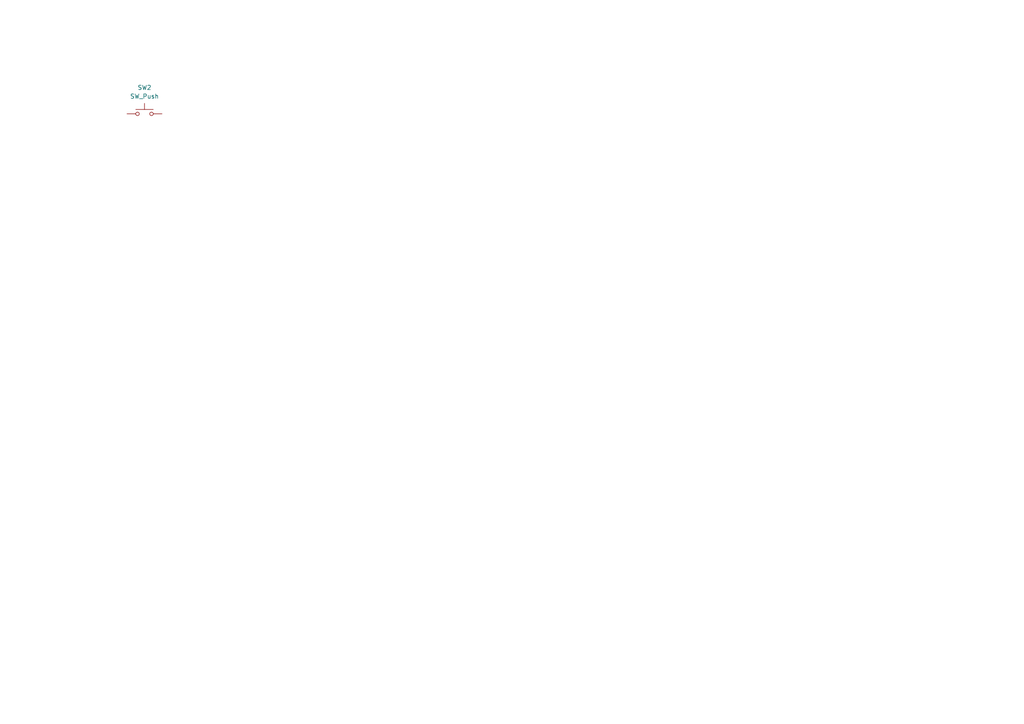
<source format=kicad_sch>
(kicad_sch (version 20230121) (generator eeschema)
  (paper "A4")
  (lib_symbols
    (symbol "Switch:SW_Push" (pin_numbers hide) (pin_names (offset 1.016) hide)
      (property "Reference" "SW" (at 1.27 2.54 0))
      (property "Value" "SW_Push" (at 0 -1.524 0))
      (symbol "SW_Push_0_1"
        (circle (center -2.032 0) (radius 0.508))
        (polyline (pts (xy 0 1.27) (xy 0 3.048)))
        (polyline (pts (xy 2.54 1.27) (xy -2.54 1.27)))
        (circle (center 2.032 0) (radius 0.508))
        (pin passive line (at -5.08 0 0) (length 2.54) (name "1") (number "1"))
        (pin passive line (at 5.08 0 180) (length 2.54) (name "2") (number "2"))
      )
    )
  )
  (symbol (lib_id "Switch:SW_Push") (at 41.91 33.02 0) (unit 1)
    (property "Reference" "SW2" (at 41.91 25.4 0))
    (property "Value" "SW_Push" (at 41.91 27.94 0))
  )
)
</source>
